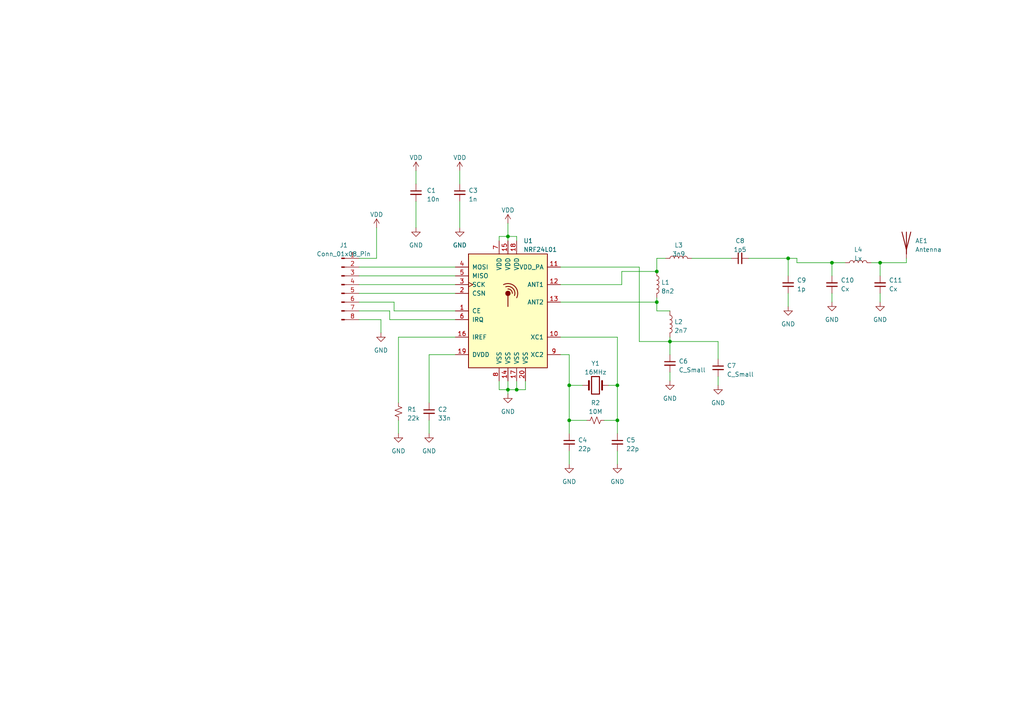
<source format=kicad_sch>
(kicad_sch (version 20230121) (generator eeschema)

  (uuid ba96849d-6135-4293-b668-6e7160ba74ab)

  (paper "A4")

  (lib_symbols
    (symbol "Connector:Conn_01x08_Pin" (pin_names (offset 1.016) hide) (in_bom yes) (on_board yes)
      (property "Reference" "J" (at 0 10.16 0)
        (effects (font (size 1.27 1.27)))
      )
      (property "Value" "Conn_01x08_Pin" (at 0 -12.7 0)
        (effects (font (size 1.27 1.27)))
      )
      (property "Footprint" "" (at 0 0 0)
        (effects (font (size 1.27 1.27)) hide)
      )
      (property "Datasheet" "~" (at 0 0 0)
        (effects (font (size 1.27 1.27)) hide)
      )
      (property "ki_locked" "" (at 0 0 0)
        (effects (font (size 1.27 1.27)))
      )
      (property "ki_keywords" "connector" (at 0 0 0)
        (effects (font (size 1.27 1.27)) hide)
      )
      (property "ki_description" "Generic connector, single row, 01x08, script generated" (at 0 0 0)
        (effects (font (size 1.27 1.27)) hide)
      )
      (property "ki_fp_filters" "Connector*:*_1x??_*" (at 0 0 0)
        (effects (font (size 1.27 1.27)) hide)
      )
      (symbol "Conn_01x08_Pin_1_1"
        (polyline
          (pts
            (xy 1.27 -10.16)
            (xy 0.8636 -10.16)
          )
          (stroke (width 0.1524) (type default))
          (fill (type none))
        )
        (polyline
          (pts
            (xy 1.27 -7.62)
            (xy 0.8636 -7.62)
          )
          (stroke (width 0.1524) (type default))
          (fill (type none))
        )
        (polyline
          (pts
            (xy 1.27 -5.08)
            (xy 0.8636 -5.08)
          )
          (stroke (width 0.1524) (type default))
          (fill (type none))
        )
        (polyline
          (pts
            (xy 1.27 -2.54)
            (xy 0.8636 -2.54)
          )
          (stroke (width 0.1524) (type default))
          (fill (type none))
        )
        (polyline
          (pts
            (xy 1.27 0)
            (xy 0.8636 0)
          )
          (stroke (width 0.1524) (type default))
          (fill (type none))
        )
        (polyline
          (pts
            (xy 1.27 2.54)
            (xy 0.8636 2.54)
          )
          (stroke (width 0.1524) (type default))
          (fill (type none))
        )
        (polyline
          (pts
            (xy 1.27 5.08)
            (xy 0.8636 5.08)
          )
          (stroke (width 0.1524) (type default))
          (fill (type none))
        )
        (polyline
          (pts
            (xy 1.27 7.62)
            (xy 0.8636 7.62)
          )
          (stroke (width 0.1524) (type default))
          (fill (type none))
        )
        (rectangle (start 0.8636 -10.033) (end 0 -10.287)
          (stroke (width 0.1524) (type default))
          (fill (type outline))
        )
        (rectangle (start 0.8636 -7.493) (end 0 -7.747)
          (stroke (width 0.1524) (type default))
          (fill (type outline))
        )
        (rectangle (start 0.8636 -4.953) (end 0 -5.207)
          (stroke (width 0.1524) (type default))
          (fill (type outline))
        )
        (rectangle (start 0.8636 -2.413) (end 0 -2.667)
          (stroke (width 0.1524) (type default))
          (fill (type outline))
        )
        (rectangle (start 0.8636 0.127) (end 0 -0.127)
          (stroke (width 0.1524) (type default))
          (fill (type outline))
        )
        (rectangle (start 0.8636 2.667) (end 0 2.413)
          (stroke (width 0.1524) (type default))
          (fill (type outline))
        )
        (rectangle (start 0.8636 5.207) (end 0 4.953)
          (stroke (width 0.1524) (type default))
          (fill (type outline))
        )
        (rectangle (start 0.8636 7.747) (end 0 7.493)
          (stroke (width 0.1524) (type default))
          (fill (type outline))
        )
        (pin passive line (at 5.08 7.62 180) (length 3.81)
          (name "Pin_1" (effects (font (size 1.27 1.27))))
          (number "1" (effects (font (size 1.27 1.27))))
        )
        (pin passive line (at 5.08 5.08 180) (length 3.81)
          (name "Pin_2" (effects (font (size 1.27 1.27))))
          (number "2" (effects (font (size 1.27 1.27))))
        )
        (pin passive line (at 5.08 2.54 180) (length 3.81)
          (name "Pin_3" (effects (font (size 1.27 1.27))))
          (number "3" (effects (font (size 1.27 1.27))))
        )
        (pin passive line (at 5.08 0 180) (length 3.81)
          (name "Pin_4" (effects (font (size 1.27 1.27))))
          (number "4" (effects (font (size 1.27 1.27))))
        )
        (pin passive line (at 5.08 -2.54 180) (length 3.81)
          (name "Pin_5" (effects (font (size 1.27 1.27))))
          (number "5" (effects (font (size 1.27 1.27))))
        )
        (pin passive line (at 5.08 -5.08 180) (length 3.81)
          (name "Pin_6" (effects (font (size 1.27 1.27))))
          (number "6" (effects (font (size 1.27 1.27))))
        )
        (pin passive line (at 5.08 -7.62 180) (length 3.81)
          (name "Pin_7" (effects (font (size 1.27 1.27))))
          (number "7" (effects (font (size 1.27 1.27))))
        )
        (pin passive line (at 5.08 -10.16 180) (length 3.81)
          (name "Pin_8" (effects (font (size 1.27 1.27))))
          (number "8" (effects (font (size 1.27 1.27))))
        )
      )
    )
    (symbol "Device:Antenna" (pin_numbers hide) (pin_names (offset 1.016) hide) (in_bom yes) (on_board yes)
      (property "Reference" "AE" (at -1.905 1.905 0)
        (effects (font (size 1.27 1.27)) (justify right))
      )
      (property "Value" "Antenna" (at -1.905 0 0)
        (effects (font (size 1.27 1.27)) (justify right))
      )
      (property "Footprint" "" (at 0 0 0)
        (effects (font (size 1.27 1.27)) hide)
      )
      (property "Datasheet" "~" (at 0 0 0)
        (effects (font (size 1.27 1.27)) hide)
      )
      (property "ki_keywords" "antenna" (at 0 0 0)
        (effects (font (size 1.27 1.27)) hide)
      )
      (property "ki_description" "Antenna" (at 0 0 0)
        (effects (font (size 1.27 1.27)) hide)
      )
      (symbol "Antenna_0_1"
        (polyline
          (pts
            (xy 0 2.54)
            (xy 0 -3.81)
          )
          (stroke (width 0.254) (type default))
          (fill (type none))
        )
        (polyline
          (pts
            (xy 1.27 2.54)
            (xy 0 -2.54)
            (xy -1.27 2.54)
          )
          (stroke (width 0.254) (type default))
          (fill (type none))
        )
      )
      (symbol "Antenna_1_1"
        (pin input line (at 0 -5.08 90) (length 2.54)
          (name "A" (effects (font (size 1.27 1.27))))
          (number "1" (effects (font (size 1.27 1.27))))
        )
      )
    )
    (symbol "Device:C_Small" (pin_numbers hide) (pin_names (offset 0.254) hide) (in_bom yes) (on_board yes)
      (property "Reference" "C" (at 0.254 1.778 0)
        (effects (font (size 1.27 1.27)) (justify left))
      )
      (property "Value" "C_Small" (at 0.254 -2.032 0)
        (effects (font (size 1.27 1.27)) (justify left))
      )
      (property "Footprint" "" (at 0 0 0)
        (effects (font (size 1.27 1.27)) hide)
      )
      (property "Datasheet" "~" (at 0 0 0)
        (effects (font (size 1.27 1.27)) hide)
      )
      (property "ki_keywords" "capacitor cap" (at 0 0 0)
        (effects (font (size 1.27 1.27)) hide)
      )
      (property "ki_description" "Unpolarized capacitor, small symbol" (at 0 0 0)
        (effects (font (size 1.27 1.27)) hide)
      )
      (property "ki_fp_filters" "C_*" (at 0 0 0)
        (effects (font (size 1.27 1.27)) hide)
      )
      (symbol "C_Small_0_1"
        (polyline
          (pts
            (xy -1.524 -0.508)
            (xy 1.524 -0.508)
          )
          (stroke (width 0.3302) (type default))
          (fill (type none))
        )
        (polyline
          (pts
            (xy -1.524 0.508)
            (xy 1.524 0.508)
          )
          (stroke (width 0.3048) (type default))
          (fill (type none))
        )
      )
      (symbol "C_Small_1_1"
        (pin passive line (at 0 2.54 270) (length 2.032)
          (name "~" (effects (font (size 1.27 1.27))))
          (number "1" (effects (font (size 1.27 1.27))))
        )
        (pin passive line (at 0 -2.54 90) (length 2.032)
          (name "~" (effects (font (size 1.27 1.27))))
          (number "2" (effects (font (size 1.27 1.27))))
        )
      )
    )
    (symbol "Device:Crystal" (pin_numbers hide) (pin_names (offset 1.016) hide) (in_bom yes) (on_board yes)
      (property "Reference" "Y" (at 0 3.81 0)
        (effects (font (size 1.27 1.27)))
      )
      (property "Value" "Crystal" (at 0 -3.81 0)
        (effects (font (size 1.27 1.27)))
      )
      (property "Footprint" "" (at 0 0 0)
        (effects (font (size 1.27 1.27)) hide)
      )
      (property "Datasheet" "~" (at 0 0 0)
        (effects (font (size 1.27 1.27)) hide)
      )
      (property "ki_keywords" "quartz ceramic resonator oscillator" (at 0 0 0)
        (effects (font (size 1.27 1.27)) hide)
      )
      (property "ki_description" "Two pin crystal" (at 0 0 0)
        (effects (font (size 1.27 1.27)) hide)
      )
      (property "ki_fp_filters" "Crystal*" (at 0 0 0)
        (effects (font (size 1.27 1.27)) hide)
      )
      (symbol "Crystal_0_1"
        (rectangle (start -1.143 2.54) (end 1.143 -2.54)
          (stroke (width 0.3048) (type default))
          (fill (type none))
        )
        (polyline
          (pts
            (xy -2.54 0)
            (xy -1.905 0)
          )
          (stroke (width 0) (type default))
          (fill (type none))
        )
        (polyline
          (pts
            (xy -1.905 -1.27)
            (xy -1.905 1.27)
          )
          (stroke (width 0.508) (type default))
          (fill (type none))
        )
        (polyline
          (pts
            (xy 1.905 -1.27)
            (xy 1.905 1.27)
          )
          (stroke (width 0.508) (type default))
          (fill (type none))
        )
        (polyline
          (pts
            (xy 2.54 0)
            (xy 1.905 0)
          )
          (stroke (width 0) (type default))
          (fill (type none))
        )
      )
      (symbol "Crystal_1_1"
        (pin passive line (at -3.81 0 0) (length 1.27)
          (name "1" (effects (font (size 1.27 1.27))))
          (number "1" (effects (font (size 1.27 1.27))))
        )
        (pin passive line (at 3.81 0 180) (length 1.27)
          (name "2" (effects (font (size 1.27 1.27))))
          (number "2" (effects (font (size 1.27 1.27))))
        )
      )
    )
    (symbol "Device:L" (pin_numbers hide) (pin_names (offset 1.016) hide) (in_bom yes) (on_board yes)
      (property "Reference" "L" (at -1.27 0 90)
        (effects (font (size 1.27 1.27)))
      )
      (property "Value" "L" (at 1.905 0 90)
        (effects (font (size 1.27 1.27)))
      )
      (property "Footprint" "" (at 0 0 0)
        (effects (font (size 1.27 1.27)) hide)
      )
      (property "Datasheet" "~" (at 0 0 0)
        (effects (font (size 1.27 1.27)) hide)
      )
      (property "ki_keywords" "inductor choke coil reactor magnetic" (at 0 0 0)
        (effects (font (size 1.27 1.27)) hide)
      )
      (property "ki_description" "Inductor" (at 0 0 0)
        (effects (font (size 1.27 1.27)) hide)
      )
      (property "ki_fp_filters" "Choke_* *Coil* Inductor_* L_*" (at 0 0 0)
        (effects (font (size 1.27 1.27)) hide)
      )
      (symbol "L_0_1"
        (arc (start 0 -2.54) (mid 0.6323 -1.905) (end 0 -1.27)
          (stroke (width 0) (type default))
          (fill (type none))
        )
        (arc (start 0 -1.27) (mid 0.6323 -0.635) (end 0 0)
          (stroke (width 0) (type default))
          (fill (type none))
        )
        (arc (start 0 0) (mid 0.6323 0.635) (end 0 1.27)
          (stroke (width 0) (type default))
          (fill (type none))
        )
        (arc (start 0 1.27) (mid 0.6323 1.905) (end 0 2.54)
          (stroke (width 0) (type default))
          (fill (type none))
        )
      )
      (symbol "L_1_1"
        (pin passive line (at 0 3.81 270) (length 1.27)
          (name "1" (effects (font (size 1.27 1.27))))
          (number "1" (effects (font (size 1.27 1.27))))
        )
        (pin passive line (at 0 -3.81 90) (length 1.27)
          (name "2" (effects (font (size 1.27 1.27))))
          (number "2" (effects (font (size 1.27 1.27))))
        )
      )
    )
    (symbol "Device:R_Small_US" (pin_numbers hide) (pin_names (offset 0.254) hide) (in_bom yes) (on_board yes)
      (property "Reference" "R" (at 0.762 0.508 0)
        (effects (font (size 1.27 1.27)) (justify left))
      )
      (property "Value" "R_Small_US" (at 0.762 -1.016 0)
        (effects (font (size 1.27 1.27)) (justify left))
      )
      (property "Footprint" "" (at 0 0 0)
        (effects (font (size 1.27 1.27)) hide)
      )
      (property "Datasheet" "~" (at 0 0 0)
        (effects (font (size 1.27 1.27)) hide)
      )
      (property "ki_keywords" "r resistor" (at 0 0 0)
        (effects (font (size 1.27 1.27)) hide)
      )
      (property "ki_description" "Resistor, small US symbol" (at 0 0 0)
        (effects (font (size 1.27 1.27)) hide)
      )
      (property "ki_fp_filters" "R_*" (at 0 0 0)
        (effects (font (size 1.27 1.27)) hide)
      )
      (symbol "R_Small_US_1_1"
        (polyline
          (pts
            (xy 0 0)
            (xy 1.016 -0.381)
            (xy 0 -0.762)
            (xy -1.016 -1.143)
            (xy 0 -1.524)
          )
          (stroke (width 0) (type default))
          (fill (type none))
        )
        (polyline
          (pts
            (xy 0 1.524)
            (xy 1.016 1.143)
            (xy 0 0.762)
            (xy -1.016 0.381)
            (xy 0 0)
          )
          (stroke (width 0) (type default))
          (fill (type none))
        )
        (pin passive line (at 0 2.54 270) (length 1.016)
          (name "~" (effects (font (size 1.27 1.27))))
          (number "1" (effects (font (size 1.27 1.27))))
        )
        (pin passive line (at 0 -2.54 90) (length 1.016)
          (name "~" (effects (font (size 1.27 1.27))))
          (number "2" (effects (font (size 1.27 1.27))))
        )
      )
    )
    (symbol "RF:NRF24L01" (pin_names (offset 1.016)) (in_bom yes) (on_board yes)
      (property "Reference" "U" (at -11.43 17.78 0)
        (effects (font (size 1.27 1.27)) (justify left))
      )
      (property "Value" "NRF24L01" (at 5.08 17.78 0)
        (effects (font (size 1.27 1.27)) (justify left))
      )
      (property "Footprint" "Package_DFN_QFN:QFN-20-1EP_4x4mm_P0.5mm_EP2.5x2.5mm" (at 5.08 20.32 0)
        (effects (font (size 1.27 1.27) italic) (justify left) hide)
      )
      (property "Datasheet" "http://www.nordicsemi.com/eng/content/download/2730/34105/file/nRF24L01_Product_Specification_v2_0.pdf" (at 0 2.54 0)
        (effects (font (size 1.27 1.27)) hide)
      )
      (property "ki_keywords" "Low Power RF Transceiver" (at 0 0 0)
        (effects (font (size 1.27 1.27)) hide)
      )
      (property "ki_description" "Ultra low power 2.4GHz RF Transceiver, QFN-20" (at 0 0 0)
        (effects (font (size 1.27 1.27)) hide)
      )
      (property "ki_fp_filters" "QFN*4x4*0.5mm*" (at 0 0 0)
        (effects (font (size 1.27 1.27)) hide)
      )
      (symbol "NRF24L01_0_1"
        (rectangle (start -11.43 16.51) (end 11.43 -16.51)
          (stroke (width 0.254) (type default))
          (fill (type background))
        )
        (polyline
          (pts
            (xy 0 4.445)
            (xy 0 1.27)
          )
          (stroke (width 0.254) (type default))
          (fill (type none))
        )
        (circle (center 0 5.08) (radius 0.635)
          (stroke (width 0.254) (type default))
          (fill (type outline))
        )
        (arc (start 1.27 5.08) (mid 0.9071 5.9946) (end 0 6.35)
          (stroke (width 0.254) (type default))
          (fill (type none))
        )
        (arc (start 1.905 4.445) (mid 1.4313 6.5254) (end -0.635 6.985)
          (stroke (width 0.254) (type default))
          (fill (type none))
        )
        (arc (start 2.54 3.81) (mid 2.008 7.088) (end -1.27 7.62)
          (stroke (width 0.254) (type default))
          (fill (type none))
        )
        (rectangle (start 11.43 -13.97) (end 11.43 -13.97)
          (stroke (width 0) (type default))
          (fill (type none))
        )
      )
      (symbol "NRF24L01_1_1"
        (pin input line (at -15.24 0 0) (length 3.81)
          (name "CE" (effects (font (size 1.27 1.27))))
          (number "1" (effects (font (size 1.27 1.27))))
        )
        (pin passive line (at 15.24 -7.62 180) (length 3.81)
          (name "XC1" (effects (font (size 1.27 1.27))))
          (number "10" (effects (font (size 1.27 1.27))))
        )
        (pin power_out line (at 15.24 12.7 180) (length 3.81)
          (name "VDD_PA" (effects (font (size 1.27 1.27))))
          (number "11" (effects (font (size 1.27 1.27))))
        )
        (pin passive line (at 15.24 7.62 180) (length 3.81)
          (name "ANT1" (effects (font (size 1.27 1.27))))
          (number "12" (effects (font (size 1.27 1.27))))
        )
        (pin passive line (at 15.24 2.54 180) (length 3.81)
          (name "ANT2" (effects (font (size 1.27 1.27))))
          (number "13" (effects (font (size 1.27 1.27))))
        )
        (pin power_in line (at 0 -20.32 90) (length 3.81)
          (name "VSS" (effects (font (size 1.27 1.27))))
          (number "14" (effects (font (size 1.27 1.27))))
        )
        (pin power_in line (at 0 20.32 270) (length 3.81)
          (name "VDD" (effects (font (size 1.27 1.27))))
          (number "15" (effects (font (size 1.27 1.27))))
        )
        (pin passive line (at -15.24 -7.62 0) (length 3.81)
          (name "IREF" (effects (font (size 1.27 1.27))))
          (number "16" (effects (font (size 1.27 1.27))))
        )
        (pin power_in line (at 2.54 -20.32 90) (length 3.81)
          (name "VSS" (effects (font (size 1.27 1.27))))
          (number "17" (effects (font (size 1.27 1.27))))
        )
        (pin power_in line (at 2.54 20.32 270) (length 3.81)
          (name "VDD" (effects (font (size 1.27 1.27))))
          (number "18" (effects (font (size 1.27 1.27))))
        )
        (pin power_out line (at -15.24 -12.7 0) (length 3.81)
          (name "DVDD" (effects (font (size 1.27 1.27))))
          (number "19" (effects (font (size 1.27 1.27))))
        )
        (pin input line (at -15.24 5.08 0) (length 3.81)
          (name "CSN" (effects (font (size 1.27 1.27))))
          (number "2" (effects (font (size 1.27 1.27))))
        )
        (pin power_in line (at 5.08 -20.32 90) (length 3.81)
          (name "VSS" (effects (font (size 1.27 1.27))))
          (number "20" (effects (font (size 1.27 1.27))))
        )
        (pin input clock (at -15.24 7.62 0) (length 3.81)
          (name "SCK" (effects (font (size 1.27 1.27))))
          (number "3" (effects (font (size 1.27 1.27))))
        )
        (pin input line (at -15.24 12.7 0) (length 3.81)
          (name "MOSI" (effects (font (size 1.27 1.27))))
          (number "4" (effects (font (size 1.27 1.27))))
        )
        (pin output line (at -15.24 10.16 0) (length 3.81)
          (name "MISO" (effects (font (size 1.27 1.27))))
          (number "5" (effects (font (size 1.27 1.27))))
        )
        (pin output line (at -15.24 -2.54 0) (length 3.81)
          (name "IRQ" (effects (font (size 1.27 1.27))))
          (number "6" (effects (font (size 1.27 1.27))))
        )
        (pin power_in line (at -2.54 20.32 270) (length 3.81)
          (name "VDD" (effects (font (size 1.27 1.27))))
          (number "7" (effects (font (size 1.27 1.27))))
        )
        (pin power_in line (at -2.54 -20.32 90) (length 3.81)
          (name "VSS" (effects (font (size 1.27 1.27))))
          (number "8" (effects (font (size 1.27 1.27))))
        )
        (pin passive line (at 15.24 -12.7 180) (length 3.81)
          (name "XC2" (effects (font (size 1.27 1.27))))
          (number "9" (effects (font (size 1.27 1.27))))
        )
      )
    )
    (symbol "power:GND" (power) (pin_names (offset 0)) (in_bom yes) (on_board yes)
      (property "Reference" "#PWR" (at 0 -6.35 0)
        (effects (font (size 1.27 1.27)) hide)
      )
      (property "Value" "GND" (at 0 -3.81 0)
        (effects (font (size 1.27 1.27)))
      )
      (property "Footprint" "" (at 0 0 0)
        (effects (font (size 1.27 1.27)) hide)
      )
      (property "Datasheet" "" (at 0 0 0)
        (effects (font (size 1.27 1.27)) hide)
      )
      (property "ki_keywords" "global power" (at 0 0 0)
        (effects (font (size 1.27 1.27)) hide)
      )
      (property "ki_description" "Power symbol creates a global label with name \"GND\" , ground" (at 0 0 0)
        (effects (font (size 1.27 1.27)) hide)
      )
      (symbol "GND_0_1"
        (polyline
          (pts
            (xy 0 0)
            (xy 0 -1.27)
            (xy 1.27 -1.27)
            (xy 0 -2.54)
            (xy -1.27 -1.27)
            (xy 0 -1.27)
          )
          (stroke (width 0) (type default))
          (fill (type none))
        )
      )
      (symbol "GND_1_1"
        (pin power_in line (at 0 0 270) (length 0) hide
          (name "GND" (effects (font (size 1.27 1.27))))
          (number "1" (effects (font (size 1.27 1.27))))
        )
      )
    )
    (symbol "power:VDD" (power) (pin_names (offset 0)) (in_bom yes) (on_board yes)
      (property "Reference" "#PWR" (at 0 -3.81 0)
        (effects (font (size 1.27 1.27)) hide)
      )
      (property "Value" "VDD" (at 0 3.81 0)
        (effects (font (size 1.27 1.27)))
      )
      (property "Footprint" "" (at 0 0 0)
        (effects (font (size 1.27 1.27)) hide)
      )
      (property "Datasheet" "" (at 0 0 0)
        (effects (font (size 1.27 1.27)) hide)
      )
      (property "ki_keywords" "global power" (at 0 0 0)
        (effects (font (size 1.27 1.27)) hide)
      )
      (property "ki_description" "Power symbol creates a global label with name \"VDD\"" (at 0 0 0)
        (effects (font (size 1.27 1.27)) hide)
      )
      (symbol "VDD_0_1"
        (polyline
          (pts
            (xy -0.762 1.27)
            (xy 0 2.54)
          )
          (stroke (width 0) (type default))
          (fill (type none))
        )
        (polyline
          (pts
            (xy 0 0)
            (xy 0 2.54)
          )
          (stroke (width 0) (type default))
          (fill (type none))
        )
        (polyline
          (pts
            (xy 0 2.54)
            (xy 0.762 1.27)
          )
          (stroke (width 0) (type default))
          (fill (type none))
        )
      )
      (symbol "VDD_1_1"
        (pin power_in line (at 0 0 90) (length 0) hide
          (name "VDD" (effects (font (size 1.27 1.27))))
          (number "1" (effects (font (size 1.27 1.27))))
        )
      )
    )
  )

  (junction (at 149.86 113.03) (diameter 0) (color 0 0 0 0)
    (uuid 16ee018e-4364-411c-b574-07a7d11bd593)
  )
  (junction (at 228.6 74.93) (diameter 0) (color 0 0 0 0)
    (uuid 31e77e48-5257-4409-a159-c8721f8b6418)
  )
  (junction (at 179.07 121.92) (diameter 0) (color 0 0 0 0)
    (uuid 3af09d63-e448-4434-bc91-019e56f67ee9)
  )
  (junction (at 241.3 76.2) (diameter 0) (color 0 0 0 0)
    (uuid 3f1eeb34-1420-4880-94c8-965cd5ed5bba)
  )
  (junction (at 194.31 99.06) (diameter 0) (color 0 0 0 0)
    (uuid 47991e0d-b82e-46b9-a43f-eb66c0fc6a7c)
  )
  (junction (at 190.5 78.74) (diameter 0) (color 0 0 0 0)
    (uuid 4da3256f-bd65-43e8-ac5f-151ab2e67236)
  )
  (junction (at 147.32 68.58) (diameter 0) (color 0 0 0 0)
    (uuid 5fe052d6-bd8c-4b3b-bdc3-bfcc1f920b19)
  )
  (junction (at 147.32 113.03) (diameter 0) (color 0 0 0 0)
    (uuid 6460fc82-15a8-490c-858b-d3ad4e1a3dd6)
  )
  (junction (at 165.1 111.76) (diameter 0) (color 0 0 0 0)
    (uuid 64a93f47-9cb7-49a0-87d8-5f2d85b8cad7)
  )
  (junction (at 190.5 87.63) (diameter 0) (color 0 0 0 0)
    (uuid 882d9bb1-cb88-4af9-8981-ff8a1e243e21)
  )
  (junction (at 255.27 76.2) (diameter 0) (color 0 0 0 0)
    (uuid a61fb15a-4910-466d-b26d-cc29be667926)
  )
  (junction (at 179.07 111.76) (diameter 0) (color 0 0 0 0)
    (uuid f20b375d-21c9-4aa6-897b-f5ce1d667027)
  )
  (junction (at 165.1 121.92) (diameter 0) (color 0 0 0 0)
    (uuid f89eec28-977e-4d60-934f-ad53207eea12)
  )

  (wire (pts (xy 185.42 99.06) (xy 194.31 99.06))
    (stroke (width 0) (type default))
    (uuid 0147c253-ebd3-4bc3-aa82-174f74281c21)
  )
  (wire (pts (xy 262.89 74.93) (xy 262.89 76.2))
    (stroke (width 0) (type default))
    (uuid 0c0e494f-741b-4f50-bd17-42cf0b0e397b)
  )
  (wire (pts (xy 208.28 109.22) (xy 208.28 111.76))
    (stroke (width 0) (type default))
    (uuid 0e0cd66e-bfd2-4055-a73f-bdae8906c9ec)
  )
  (wire (pts (xy 144.78 69.85) (xy 144.78 68.58))
    (stroke (width 0) (type default))
    (uuid 0e9fb237-87f5-4a3b-8d08-23b7309f33bc)
  )
  (wire (pts (xy 165.1 121.92) (xy 170.18 121.92))
    (stroke (width 0) (type default))
    (uuid 0f227235-06ec-42f7-94c2-639f33489bb9)
  )
  (wire (pts (xy 179.07 130.81) (xy 179.07 134.62))
    (stroke (width 0) (type default))
    (uuid 116a71e0-5cc9-4bd7-9c24-7fa5db4ad9d0)
  )
  (wire (pts (xy 180.34 78.74) (xy 180.34 82.55))
    (stroke (width 0) (type default))
    (uuid 161b395e-673a-47a5-822a-0b9298d08f27)
  )
  (wire (pts (xy 115.57 97.79) (xy 132.08 97.79))
    (stroke (width 0) (type default))
    (uuid 1653aea9-c0b1-4bd8-a2c2-4c29d9336080)
  )
  (wire (pts (xy 149.86 68.58) (xy 147.32 68.58))
    (stroke (width 0) (type default))
    (uuid 195f19d7-c15d-4f37-9133-afecd209d066)
  )
  (wire (pts (xy 149.86 69.85) (xy 149.86 68.58))
    (stroke (width 0) (type default))
    (uuid 1994b7b6-1c84-4fa4-a1e6-5bf6dc9ce7ab)
  )
  (wire (pts (xy 162.56 87.63) (xy 190.5 87.63))
    (stroke (width 0) (type default))
    (uuid 19f5149d-ef17-421e-a53d-5356534b6d13)
  )
  (wire (pts (xy 115.57 121.92) (xy 115.57 125.73))
    (stroke (width 0) (type default))
    (uuid 1ed1e2eb-36d8-4d0a-9348-3ad3df5c02c5)
  )
  (wire (pts (xy 193.04 74.93) (xy 190.5 74.93))
    (stroke (width 0) (type default))
    (uuid 2161bc7b-a944-486e-9228-c8aae7ad650b)
  )
  (wire (pts (xy 115.57 116.84) (xy 115.57 97.79))
    (stroke (width 0) (type default))
    (uuid 25e2c048-1d28-48ad-9f90-ecd57df86b65)
  )
  (wire (pts (xy 114.3 90.17) (xy 114.3 87.63))
    (stroke (width 0) (type default))
    (uuid 26e2f1ee-08d3-4638-874a-864477efc920)
  )
  (wire (pts (xy 179.07 121.92) (xy 179.07 111.76))
    (stroke (width 0) (type default))
    (uuid 285d8ea4-0d3c-4d09-bb39-560a727d8054)
  )
  (wire (pts (xy 113.03 92.71) (xy 113.03 90.17))
    (stroke (width 0) (type default))
    (uuid 2f184962-c1f1-4f58-8145-580fbbf06788)
  )
  (wire (pts (xy 144.78 68.58) (xy 147.32 68.58))
    (stroke (width 0) (type default))
    (uuid 305c5c91-0627-4f8f-843a-ea261151004e)
  )
  (wire (pts (xy 231.14 76.2) (xy 231.14 74.93))
    (stroke (width 0) (type default))
    (uuid 3203830e-2048-4937-a217-c900e48ec084)
  )
  (wire (pts (xy 132.08 92.71) (xy 113.03 92.71))
    (stroke (width 0) (type default))
    (uuid 3270f3f8-3021-46da-8035-2e0ad6545b13)
  )
  (wire (pts (xy 190.5 78.74) (xy 180.34 78.74))
    (stroke (width 0) (type default))
    (uuid 33646faf-01b8-4fb7-9dcd-9f6860343df4)
  )
  (wire (pts (xy 124.46 102.87) (xy 132.08 102.87))
    (stroke (width 0) (type default))
    (uuid 352b0cb6-2086-477c-ad0e-36544cc73e3f)
  )
  (wire (pts (xy 190.5 74.93) (xy 190.5 78.74))
    (stroke (width 0) (type default))
    (uuid 3576d79e-982a-4097-a24b-a39734dc5e8a)
  )
  (wire (pts (xy 190.5 87.63) (xy 190.5 90.17))
    (stroke (width 0) (type default))
    (uuid 3c0856eb-6f12-4572-9dbf-a95828876123)
  )
  (wire (pts (xy 133.35 49.53) (xy 133.35 53.34))
    (stroke (width 0) (type default))
    (uuid 3cb06a6f-baab-4b0e-8b02-f15e48633b81)
  )
  (wire (pts (xy 132.08 90.17) (xy 114.3 90.17))
    (stroke (width 0) (type default))
    (uuid 3d8c6d31-8d68-4f90-b646-c312bc22cb97)
  )
  (wire (pts (xy 179.07 111.76) (xy 179.07 97.79))
    (stroke (width 0) (type default))
    (uuid 40555610-39c0-4e57-8dad-ad8b77de39c2)
  )
  (wire (pts (xy 185.42 77.47) (xy 185.42 99.06))
    (stroke (width 0) (type default))
    (uuid 409e2e62-606f-4c9d-baec-07d3a89ed243)
  )
  (wire (pts (xy 190.5 86.36) (xy 190.5 87.63))
    (stroke (width 0) (type default))
    (uuid 414e06d9-fdd5-4ba8-ab7b-d1b59931139d)
  )
  (wire (pts (xy 241.3 76.2) (xy 241.3 80.01))
    (stroke (width 0) (type default))
    (uuid 41f863a0-088f-4931-9234-37b64e569f36)
  )
  (wire (pts (xy 144.78 113.03) (xy 147.32 113.03))
    (stroke (width 0) (type default))
    (uuid 4280b988-3aae-4895-9b7a-72969ea5a9d6)
  )
  (wire (pts (xy 152.4 110.49) (xy 152.4 113.03))
    (stroke (width 0) (type default))
    (uuid 42fa0258-57cd-402f-b647-7edd1406779f)
  )
  (wire (pts (xy 262.89 76.2) (xy 255.27 76.2))
    (stroke (width 0) (type default))
    (uuid 43719aeb-a013-495b-8da2-fc29fac41587)
  )
  (wire (pts (xy 179.07 125.73) (xy 179.07 121.92))
    (stroke (width 0) (type default))
    (uuid 4489e13a-a97b-4d77-8840-01a0152ecded)
  )
  (wire (pts (xy 175.26 121.92) (xy 179.07 121.92))
    (stroke (width 0) (type default))
    (uuid 45b76d6a-ce10-493d-9a3f-7e6cf80039c0)
  )
  (wire (pts (xy 152.4 113.03) (xy 149.86 113.03))
    (stroke (width 0) (type default))
    (uuid 4de79264-63a2-49cf-8c15-1e493c637d7b)
  )
  (wire (pts (xy 165.1 121.92) (xy 165.1 111.76))
    (stroke (width 0) (type default))
    (uuid 4e74f024-f4df-4a71-8056-8bc27d47f81e)
  )
  (wire (pts (xy 255.27 85.09) (xy 255.27 87.63))
    (stroke (width 0) (type default))
    (uuid 56674610-38a4-4edb-98f6-f89446e2ddeb)
  )
  (wire (pts (xy 110.49 92.71) (xy 104.14 92.71))
    (stroke (width 0) (type default))
    (uuid 5c01c75b-5314-4bf0-92c7-512652cf660d)
  )
  (wire (pts (xy 176.53 111.76) (xy 179.07 111.76))
    (stroke (width 0) (type default))
    (uuid 63c2179a-95b8-4a91-8635-13fdba426b37)
  )
  (wire (pts (xy 241.3 76.2) (xy 231.14 76.2))
    (stroke (width 0) (type default))
    (uuid 67befb45-5b18-422c-853e-afc997ffd270)
  )
  (wire (pts (xy 194.31 90.17) (xy 190.5 90.17))
    (stroke (width 0) (type default))
    (uuid 6973bd08-af64-4439-b469-440598b96b43)
  )
  (wire (pts (xy 114.3 87.63) (xy 104.14 87.63))
    (stroke (width 0) (type default))
    (uuid 6a49c322-365d-4f3f-949b-5418bb5c5350)
  )
  (wire (pts (xy 231.14 74.93) (xy 228.6 74.93))
    (stroke (width 0) (type default))
    (uuid 71079d25-1f16-4c87-ae96-8a25bcbcdbe4)
  )
  (wire (pts (xy 255.27 76.2) (xy 252.73 76.2))
    (stroke (width 0) (type default))
    (uuid 72df3153-9465-4d09-9164-8c5ee6cbb228)
  )
  (wire (pts (xy 255.27 80.01) (xy 255.27 76.2))
    (stroke (width 0) (type default))
    (uuid 738b83a0-7298-4fd1-9b2a-352b37e1b496)
  )
  (wire (pts (xy 228.6 88.9) (xy 228.6 85.09))
    (stroke (width 0) (type default))
    (uuid 772ff1d8-0e2a-410e-88b6-f08ea8744e31)
  )
  (wire (pts (xy 147.32 110.49) (xy 147.32 113.03))
    (stroke (width 0) (type default))
    (uuid 78624489-d30f-4360-a286-79834fe233d6)
  )
  (wire (pts (xy 147.32 113.03) (xy 147.32 114.3))
    (stroke (width 0) (type default))
    (uuid 7dbf9a69-47c8-4346-a718-29e22080f34d)
  )
  (wire (pts (xy 104.14 80.01) (xy 132.08 80.01))
    (stroke (width 0) (type default))
    (uuid 7fede065-c480-4b68-870e-93e2339d7af9)
  )
  (wire (pts (xy 165.1 125.73) (xy 165.1 121.92))
    (stroke (width 0) (type default))
    (uuid 82cb5b61-395f-4aac-84cd-ef9b224069a8)
  )
  (wire (pts (xy 124.46 121.92) (xy 124.46 125.73))
    (stroke (width 0) (type default))
    (uuid 83c30e1b-de99-4754-8c4d-d82c66909144)
  )
  (wire (pts (xy 200.66 74.93) (xy 212.09 74.93))
    (stroke (width 0) (type default))
    (uuid 8a4a986e-69e9-425f-ae04-49b88d2ac0ef)
  )
  (wire (pts (xy 245.11 76.2) (xy 241.3 76.2))
    (stroke (width 0) (type default))
    (uuid 9086a91f-a296-4d81-ac17-caba836e919b)
  )
  (wire (pts (xy 165.1 111.76) (xy 168.91 111.76))
    (stroke (width 0) (type default))
    (uuid 9140b8fa-fe08-4a23-a462-d6e5c28dc8b3)
  )
  (wire (pts (xy 109.22 74.93) (xy 104.14 74.93))
    (stroke (width 0) (type default))
    (uuid 9283ca2d-dfef-437d-b76a-3bcd97569e0b)
  )
  (wire (pts (xy 165.1 130.81) (xy 165.1 134.62))
    (stroke (width 0) (type default))
    (uuid 968bcebe-d179-458c-8a4c-d8ee1222d0ad)
  )
  (wire (pts (xy 120.65 58.42) (xy 120.65 66.04))
    (stroke (width 0) (type default))
    (uuid 9cb42987-d4c0-4d8f-a8ba-447b0b6bc0f2)
  )
  (wire (pts (xy 165.1 111.76) (xy 165.1 102.87))
    (stroke (width 0) (type default))
    (uuid 9cefc15d-92f4-445c-86e0-3f87b186df3c)
  )
  (wire (pts (xy 228.6 74.93) (xy 228.6 80.01))
    (stroke (width 0) (type default))
    (uuid 9daf01c9-daa6-4017-a4d8-fa878077f35b)
  )
  (wire (pts (xy 241.3 85.09) (xy 241.3 87.63))
    (stroke (width 0) (type default))
    (uuid a1901c74-062e-40bc-8c63-f664e1a9941f)
  )
  (wire (pts (xy 147.32 68.58) (xy 147.32 69.85))
    (stroke (width 0) (type default))
    (uuid a8284599-284e-4f37-aa30-0f34a6515b2d)
  )
  (wire (pts (xy 149.86 110.49) (xy 149.86 113.03))
    (stroke (width 0) (type default))
    (uuid aab35f00-d1d4-4e19-aa70-81a610337aa2)
  )
  (wire (pts (xy 162.56 77.47) (xy 185.42 77.47))
    (stroke (width 0) (type default))
    (uuid b01d92f2-673b-48aa-a6d2-98cf08b87469)
  )
  (wire (pts (xy 194.31 107.95) (xy 194.31 110.49))
    (stroke (width 0) (type default))
    (uuid b28e61b5-a24b-406e-be5d-4e147898088d)
  )
  (wire (pts (xy 194.31 97.79) (xy 194.31 99.06))
    (stroke (width 0) (type default))
    (uuid b4c4f8cc-477f-4ce2-8e5f-770016bdffdf)
  )
  (wire (pts (xy 147.32 64.77) (xy 147.32 68.58))
    (stroke (width 0) (type default))
    (uuid baec5324-9354-4319-88f3-8b71ab9c1b5b)
  )
  (wire (pts (xy 217.17 74.93) (xy 228.6 74.93))
    (stroke (width 0) (type default))
    (uuid bd9ab320-c5d8-4bf0-924a-b2ba32f363f1)
  )
  (wire (pts (xy 133.35 58.42) (xy 133.35 66.04))
    (stroke (width 0) (type default))
    (uuid c4de8715-6f1f-4653-b237-541c3d27d39f)
  )
  (wire (pts (xy 194.31 99.06) (xy 194.31 102.87))
    (stroke (width 0) (type default))
    (uuid c8ff2be6-a065-4542-9a75-c84f3d7da8f0)
  )
  (wire (pts (xy 113.03 90.17) (xy 104.14 90.17))
    (stroke (width 0) (type default))
    (uuid c9259972-f7fa-4477-bd0d-66fd1bb948e9)
  )
  (wire (pts (xy 104.14 85.09) (xy 132.08 85.09))
    (stroke (width 0) (type default))
    (uuid ca9ced52-ef02-48c5-9bdd-d9bf874c0a4d)
  )
  (wire (pts (xy 194.31 99.06) (xy 208.28 99.06))
    (stroke (width 0) (type default))
    (uuid d04847cc-b26b-425a-9e6b-8d92ea0846af)
  )
  (wire (pts (xy 120.65 49.53) (xy 120.65 53.34))
    (stroke (width 0) (type default))
    (uuid dcd624b5-481e-4e11-abc5-d4b907ba7156)
  )
  (wire (pts (xy 208.28 104.14) (xy 208.28 99.06))
    (stroke (width 0) (type default))
    (uuid deb75d71-edb0-4314-988b-c34033b0487c)
  )
  (wire (pts (xy 110.49 96.52) (xy 110.49 92.71))
    (stroke (width 0) (type default))
    (uuid df40a054-c728-4a07-ab2f-5ad046a3bdbf)
  )
  (wire (pts (xy 144.78 110.49) (xy 144.78 113.03))
    (stroke (width 0) (type default))
    (uuid e047c339-0867-4243-a181-f62015ee72fd)
  )
  (wire (pts (xy 109.22 66.04) (xy 109.22 74.93))
    (stroke (width 0) (type default))
    (uuid ed861305-c172-4a01-91a4-a6dd1d566acd)
  )
  (wire (pts (xy 104.14 77.47) (xy 132.08 77.47))
    (stroke (width 0) (type default))
    (uuid ed9b60b4-36ab-497b-a290-1f2cba867623)
  )
  (wire (pts (xy 165.1 102.87) (xy 162.56 102.87))
    (stroke (width 0) (type default))
    (uuid f0b8f433-6594-4ac7-a39f-0c42991449a8)
  )
  (wire (pts (xy 124.46 116.84) (xy 124.46 102.87))
    (stroke (width 0) (type default))
    (uuid f0c48c92-d291-46ff-a650-f456860af9cc)
  )
  (wire (pts (xy 180.34 82.55) (xy 162.56 82.55))
    (stroke (width 0) (type default))
    (uuid f1e1f40b-757f-4159-92c5-c30be6efae47)
  )
  (wire (pts (xy 179.07 97.79) (xy 162.56 97.79))
    (stroke (width 0) (type default))
    (uuid f61cf62f-0d3d-4aef-803b-228ece363d27)
  )
  (wire (pts (xy 104.14 82.55) (xy 132.08 82.55))
    (stroke (width 0) (type default))
    (uuid f6a6f9a9-7d68-40cf-b453-62697d679a86)
  )
  (wire (pts (xy 149.86 113.03) (xy 147.32 113.03))
    (stroke (width 0) (type default))
    (uuid f8755f73-23cd-4a98-bd42-55b2a94abeb6)
  )

  (symbol (lib_id "Device:L") (at 194.31 93.98 0) (unit 1)
    (in_bom yes) (on_board yes) (dnp no) (fields_autoplaced)
    (uuid 0193dc3a-b09c-4e29-9097-7aaa42c6a39b)
    (property "Reference" "L2" (at 195.58 93.345 0)
      (effects (font (size 1.27 1.27)) (justify left))
    )
    (property "Value" "2n7" (at 195.58 95.885 0)
      (effects (font (size 1.27 1.27)) (justify left))
    )
    (property "Footprint" "Inductor_SMD:L_0402_1005Metric" (at 194.31 93.98 0)
      (effects (font (size 1.27 1.27)) hide)
    )
    (property "Datasheet" "~" (at 194.31 93.98 0)
      (effects (font (size 1.27 1.27)) hide)
    )
    (pin "1" (uuid 83dd2e86-fe9d-400a-b1f0-b84b0642706e))
    (pin "2" (uuid 3dbd0e8c-6c89-45be-aabf-f4421880c5f4))
    (instances
      (project "NewPCB"
        (path "/ba96849d-6135-4293-b668-6e7160ba74ab"
          (reference "L2") (unit 1)
        )
      )
    )
  )

  (symbol (lib_id "power:GND") (at 115.57 125.73 0) (unit 1)
    (in_bom yes) (on_board yes) (dnp no) (fields_autoplaced)
    (uuid 02ca7938-1b03-45e0-a3fa-dba59e4348d0)
    (property "Reference" "#PWR03" (at 115.57 132.08 0)
      (effects (font (size 1.27 1.27)) hide)
    )
    (property "Value" "GND" (at 115.57 130.81 0)
      (effects (font (size 1.27 1.27)))
    )
    (property "Footprint" "" (at 115.57 125.73 0)
      (effects (font (size 1.27 1.27)) hide)
    )
    (property "Datasheet" "" (at 115.57 125.73 0)
      (effects (font (size 1.27 1.27)) hide)
    )
    (pin "1" (uuid 7bf120a4-d08a-4232-b4fd-c54939c10ef6))
    (instances
      (project "NewPCB"
        (path "/ba96849d-6135-4293-b668-6e7160ba74ab"
          (reference "#PWR03") (unit 1)
        )
      )
    )
  )

  (symbol (lib_id "power:GND") (at 120.65 66.04 0) (unit 1)
    (in_bom yes) (on_board yes) (dnp no) (fields_autoplaced)
    (uuid 03460a09-8a62-40d2-8523-119ce98f33a9)
    (property "Reference" "#PWR05" (at 120.65 72.39 0)
      (effects (font (size 1.27 1.27)) hide)
    )
    (property "Value" "GND" (at 120.65 71.12 0)
      (effects (font (size 1.27 1.27)))
    )
    (property "Footprint" "" (at 120.65 66.04 0)
      (effects (font (size 1.27 1.27)) hide)
    )
    (property "Datasheet" "" (at 120.65 66.04 0)
      (effects (font (size 1.27 1.27)) hide)
    )
    (pin "1" (uuid 5aa2437b-3f45-410c-894c-3e185c820010))
    (instances
      (project "NewPCB"
        (path "/ba96849d-6135-4293-b668-6e7160ba74ab"
          (reference "#PWR05") (unit 1)
        )
      )
    )
  )

  (symbol (lib_id "Device:C_Small") (at 228.6 82.55 180) (unit 1)
    (in_bom yes) (on_board yes) (dnp no)
    (uuid 099593a8-1bf5-46eb-ac39-72fa0aa3118b)
    (property "Reference" "C9" (at 231.14 81.28 0)
      (effects (font (size 1.27 1.27)) (justify right))
    )
    (property "Value" "1p" (at 231.14 83.82 0)
      (effects (font (size 1.27 1.27)) (justify right))
    )
    (property "Footprint" "Capacitor_SMD:C_0402_1005Metric" (at 228.6 82.55 0)
      (effects (font (size 1.27 1.27)) hide)
    )
    (property "Datasheet" "~" (at 228.6 82.55 0)
      (effects (font (size 1.27 1.27)) hide)
    )
    (pin "1" (uuid 5f07e168-6595-4a73-9f9d-9a18ae50e65f))
    (pin "2" (uuid c43e0794-e6b2-4636-9f7c-f38bc49da838))
    (instances
      (project "NewPCB"
        (path "/ba96849d-6135-4293-b668-6e7160ba74ab"
          (reference "C9") (unit 1)
        )
      )
    )
  )

  (symbol (lib_id "power:GND") (at 228.6 88.9 0) (unit 1)
    (in_bom yes) (on_board yes) (dnp no) (fields_autoplaced)
    (uuid 09cc1ee5-9760-4d15-8d0c-8981790051e4)
    (property "Reference" "#PWR015" (at 228.6 95.25 0)
      (effects (font (size 1.27 1.27)) hide)
    )
    (property "Value" "GND" (at 228.6 93.98 0)
      (effects (font (size 1.27 1.27)))
    )
    (property "Footprint" "" (at 228.6 88.9 0)
      (effects (font (size 1.27 1.27)) hide)
    )
    (property "Datasheet" "" (at 228.6 88.9 0)
      (effects (font (size 1.27 1.27)) hide)
    )
    (pin "1" (uuid 93ff113d-4532-4f6f-8649-18c35c13c709))
    (instances
      (project "NewPCB"
        (path "/ba96849d-6135-4293-b668-6e7160ba74ab"
          (reference "#PWR015") (unit 1)
        )
      )
    )
  )

  (symbol (lib_id "power:VDD") (at 147.32 64.77 0) (unit 1)
    (in_bom yes) (on_board yes) (dnp no) (fields_autoplaced)
    (uuid 1733ca5a-7438-45eb-a7f8-46dd885dfb8d)
    (property "Reference" "#PWR09" (at 147.32 68.58 0)
      (effects (font (size 1.27 1.27)) hide)
    )
    (property "Value" "VDD" (at 147.32 60.96 0)
      (effects (font (size 1.27 1.27)))
    )
    (property "Footprint" "" (at 147.32 64.77 0)
      (effects (font (size 1.27 1.27)) hide)
    )
    (property "Datasheet" "" (at 147.32 64.77 0)
      (effects (font (size 1.27 1.27)) hide)
    )
    (pin "1" (uuid b281b569-c2fc-477f-8c0e-ae20296c439b))
    (instances
      (project "NewPCB"
        (path "/ba96849d-6135-4293-b668-6e7160ba74ab"
          (reference "#PWR09") (unit 1)
        )
      )
    )
  )

  (symbol (lib_id "power:GND") (at 208.28 111.76 0) (unit 1)
    (in_bom yes) (on_board yes) (dnp no) (fields_autoplaced)
    (uuid 1b33fe82-37b8-4007-819e-2e925364b0ec)
    (property "Reference" "#PWR014" (at 208.28 118.11 0)
      (effects (font (size 1.27 1.27)) hide)
    )
    (property "Value" "GND" (at 208.28 116.84 0)
      (effects (font (size 1.27 1.27)))
    )
    (property "Footprint" "" (at 208.28 111.76 0)
      (effects (font (size 1.27 1.27)) hide)
    )
    (property "Datasheet" "" (at 208.28 111.76 0)
      (effects (font (size 1.27 1.27)) hide)
    )
    (pin "1" (uuid b15d7b3f-fd13-4d18-af0d-9887e1d2a20e))
    (instances
      (project "NewPCB"
        (path "/ba96849d-6135-4293-b668-6e7160ba74ab"
          (reference "#PWR014") (unit 1)
        )
      )
    )
  )

  (symbol (lib_id "Device:C_Small") (at 194.31 105.41 0) (unit 1)
    (in_bom yes) (on_board yes) (dnp no) (fields_autoplaced)
    (uuid 1ffef3de-ea15-4d68-adb7-e2dc722fe397)
    (property "Reference" "C6" (at 196.85 104.7813 0)
      (effects (font (size 1.27 1.27)) (justify left))
    )
    (property "Value" "C_Small" (at 196.85 107.3213 0)
      (effects (font (size 1.27 1.27)) (justify left))
    )
    (property "Footprint" "Capacitor_SMD:C_0402_1005Metric" (at 194.31 105.41 0)
      (effects (font (size 1.27 1.27)) hide)
    )
    (property "Datasheet" "~" (at 194.31 105.41 0)
      (effects (font (size 1.27 1.27)) hide)
    )
    (pin "1" (uuid 463b1575-2700-43fe-9a33-71fe1acb97f4))
    (pin "2" (uuid b0d630ff-925a-433d-88cf-37bf70fe2910))
    (instances
      (project "NewPCB"
        (path "/ba96849d-6135-4293-b668-6e7160ba74ab"
          (reference "C6") (unit 1)
        )
      )
    )
  )

  (symbol (lib_id "Device:Crystal") (at 172.72 111.76 0) (unit 1)
    (in_bom yes) (on_board yes) (dnp no) (fields_autoplaced)
    (uuid 2b1deb13-8eab-46d9-b5fa-3266ff011987)
    (property "Reference" "Y1" (at 172.72 105.41 0)
      (effects (font (size 1.27 1.27)))
    )
    (property "Value" "16MHz" (at 172.72 107.95 0)
      (effects (font (size 1.27 1.27)))
    )
    (property "Footprint" "Crystal:Crystal_SMD_3215-2Pin_3.2x1.5mm" (at 172.72 111.76 0)
      (effects (font (size 1.27 1.27)) hide)
    )
    (property "Datasheet" "~" (at 172.72 111.76 0)
      (effects (font (size 1.27 1.27)) hide)
    )
    (pin "1" (uuid 79e41fe6-7bb7-4790-8a69-204f767f5986))
    (pin "2" (uuid 37d4f569-51b6-43f0-a1f5-a79511cba9cd))
    (instances
      (project "NewPCB"
        (path "/ba96849d-6135-4293-b668-6e7160ba74ab"
          (reference "Y1") (unit 1)
        )
      )
    )
  )

  (symbol (lib_id "Device:C_Small") (at 133.35 55.88 0) (unit 1)
    (in_bom yes) (on_board yes) (dnp no) (fields_autoplaced)
    (uuid 3f6abfef-c094-4524-8999-11a50b1f8869)
    (property "Reference" "C3" (at 135.89 55.2513 0)
      (effects (font (size 1.27 1.27)) (justify left))
    )
    (property "Value" "1n" (at 135.89 57.7913 0)
      (effects (font (size 1.27 1.27)) (justify left))
    )
    (property "Footprint" "Capacitor_SMD:C_0402_1005Metric" (at 133.35 55.88 0)
      (effects (font (size 1.27 1.27)) hide)
    )
    (property "Datasheet" "~" (at 133.35 55.88 0)
      (effects (font (size 1.27 1.27)) hide)
    )
    (pin "1" (uuid cb7d69ad-36d5-482c-8a06-049a3d2e6b62))
    (pin "2" (uuid d87095be-5f9d-4ee6-9eac-241c1f0ae004))
    (instances
      (project "NewPCB"
        (path "/ba96849d-6135-4293-b668-6e7160ba74ab"
          (reference "C3") (unit 1)
        )
      )
    )
  )

  (symbol (lib_id "power:GND") (at 241.3 87.63 0) (unit 1)
    (in_bom yes) (on_board yes) (dnp no) (fields_autoplaced)
    (uuid 4153d00a-ef95-4144-be05-fc6c0765b5b2)
    (property "Reference" "#PWR016" (at 241.3 93.98 0)
      (effects (font (size 1.27 1.27)) hide)
    )
    (property "Value" "GND" (at 241.3 92.71 0)
      (effects (font (size 1.27 1.27)))
    )
    (property "Footprint" "" (at 241.3 87.63 0)
      (effects (font (size 1.27 1.27)) hide)
    )
    (property "Datasheet" "" (at 241.3 87.63 0)
      (effects (font (size 1.27 1.27)) hide)
    )
    (pin "1" (uuid d500c2ce-4ba0-4cd2-a652-a16f18eeaf19))
    (instances
      (project "NewPCB"
        (path "/ba96849d-6135-4293-b668-6e7160ba74ab"
          (reference "#PWR016") (unit 1)
        )
      )
    )
  )

  (symbol (lib_id "Device:L") (at 196.85 74.93 90) (unit 1)
    (in_bom yes) (on_board yes) (dnp no) (fields_autoplaced)
    (uuid 5821d13d-3a2e-44f0-a7bf-2d8c93d5ed97)
    (property "Reference" "L3" (at 196.85 71.12 90)
      (effects (font (size 1.27 1.27)))
    )
    (property "Value" "3n9" (at 196.85 73.66 90)
      (effects (font (size 1.27 1.27)))
    )
    (property "Footprint" "Inductor_SMD:L_0402_1005Metric" (at 196.85 74.93 0)
      (effects (font (size 1.27 1.27)) hide)
    )
    (property "Datasheet" "~" (at 196.85 74.93 0)
      (effects (font (size 1.27 1.27)) hide)
    )
    (pin "1" (uuid 76818545-4903-4208-bedc-cd30d960285a))
    (pin "2" (uuid f5ec3294-345a-453c-b9a5-ca7daa105a67))
    (instances
      (project "NewPCB"
        (path "/ba96849d-6135-4293-b668-6e7160ba74ab"
          (reference "L3") (unit 1)
        )
      )
    )
  )

  (symbol (lib_id "Device:C_Small") (at 255.27 82.55 180) (unit 1)
    (in_bom yes) (on_board yes) (dnp no)
    (uuid 5c5ef6b1-27df-460d-a9fc-8c627bf3c1df)
    (property "Reference" "C11" (at 257.81 81.28 0)
      (effects (font (size 1.27 1.27)) (justify right))
    )
    (property "Value" "Cx" (at 257.81 83.82 0)
      (effects (font (size 1.27 1.27)) (justify right))
    )
    (property "Footprint" "Capacitor_SMD:C_0402_1005Metric" (at 255.27 82.55 0)
      (effects (font (size 1.27 1.27)) hide)
    )
    (property "Datasheet" "~" (at 255.27 82.55 0)
      (effects (font (size 1.27 1.27)) hide)
    )
    (pin "1" (uuid dad1dceb-324e-4cdc-8a86-250ae04b42e9))
    (pin "2" (uuid f9886fd0-499c-46c7-8e6e-263abbc49060))
    (instances
      (project "NewPCB"
        (path "/ba96849d-6135-4293-b668-6e7160ba74ab"
          (reference "C11") (unit 1)
        )
      )
    )
  )

  (symbol (lib_id "RF:NRF24L01") (at 147.32 90.17 0) (unit 1)
    (in_bom yes) (on_board yes) (dnp no) (fields_autoplaced)
    (uuid 5e7036f7-422d-4e32-bf18-ea3cb8fafed2)
    (property "Reference" "U1" (at 151.8159 69.85 0)
      (effects (font (size 1.27 1.27)) (justify left))
    )
    (property "Value" "NRF24L01" (at 151.8159 72.39 0)
      (effects (font (size 1.27 1.27)) (justify left))
    )
    (property "Footprint" "Package_DFN_QFN:QFN-20-1EP_4x4mm_P0.5mm_EP2.5x2.5mm" (at 152.4 69.85 0)
      (effects (font (size 1.27 1.27) italic) (justify left) hide)
    )
    (property "Datasheet" "http://www.nordicsemi.com/eng/content/download/2730/34105/file/nRF24L01_Product_Specification_v2_0.pdf" (at 147.32 87.63 0)
      (effects (font (size 1.27 1.27)) hide)
    )
    (pin "1" (uuid 3e7d1da6-de67-4a59-b3d4-0c560cd67e7f))
    (pin "10" (uuid b488af0d-7eaa-4f43-b26c-9c45bc03bb19))
    (pin "11" (uuid 27e27369-aa7f-436a-8c2a-739c077bd0ba))
    (pin "12" (uuid 8cfd61b1-ccaa-46b5-8af9-5e866b067b47))
    (pin "13" (uuid ec551ac9-dcb4-4173-8511-cc90966e1983))
    (pin "14" (uuid 7dd506ed-e6c7-4354-b55b-a2969103e338))
    (pin "15" (uuid 8b19c0dd-3c05-4a7d-b988-d78d993661bd))
    (pin "16" (uuid df7b3d95-a07e-4de4-a5ed-629153426a8c))
    (pin "17" (uuid db34c69f-fe20-4c5f-bbd3-b3dc188077ae))
    (pin "18" (uuid 86a12682-e4b3-4fb2-a0f0-110946ad2c15))
    (pin "19" (uuid ae38d630-2390-4d12-acab-033637298780))
    (pin "2" (uuid c2a11146-ab2b-443c-bf56-7ff1178ef2c4))
    (pin "20" (uuid 5d33b007-2da2-4dda-9daf-6bac4ec54b32))
    (pin "3" (uuid 1f29bf40-1b5e-418f-b368-1887a82038ab))
    (pin "4" (uuid e19db095-fa7a-48e8-9511-cc0935050ae0))
    (pin "5" (uuid 2c2ec281-27d8-4d7f-8b2e-543c36defbcc))
    (pin "6" (uuid be0e3dc9-fde3-46fc-8eff-6a7c9074f771))
    (pin "7" (uuid 6f9b5c67-7a2e-4b50-b90e-5b2f7d73f1d5))
    (pin "8" (uuid 0f2dced9-4579-4647-ad36-ac495b9d3712))
    (pin "9" (uuid ed876984-547b-44f3-b859-f65c1cb8bdd1))
    (instances
      (project "NewPCB"
        (path "/ba96849d-6135-4293-b668-6e7160ba74ab"
          (reference "U1") (unit 1)
        )
      )
    )
  )

  (symbol (lib_id "Device:C_Small") (at 241.3 82.55 180) (unit 1)
    (in_bom yes) (on_board yes) (dnp no)
    (uuid 663ac5e0-cd8b-433b-9ffe-3c6f6b2ec4aa)
    (property "Reference" "C10" (at 243.84 81.28 0)
      (effects (font (size 1.27 1.27)) (justify right))
    )
    (property "Value" "Cx" (at 243.84 83.82 0)
      (effects (font (size 1.27 1.27)) (justify right))
    )
    (property "Footprint" "Capacitor_SMD:C_0402_1005Metric" (at 241.3 82.55 0)
      (effects (font (size 1.27 1.27)) hide)
    )
    (property "Datasheet" "~" (at 241.3 82.55 0)
      (effects (font (size 1.27 1.27)) hide)
    )
    (pin "1" (uuid ccaa1041-6f9c-4717-9f18-dd9df75c1e8e))
    (pin "2" (uuid 0b693da2-6cf0-49e5-bce9-9ce9a8e9cc47))
    (instances
      (project "NewPCB"
        (path "/ba96849d-6135-4293-b668-6e7160ba74ab"
          (reference "C10") (unit 1)
        )
      )
    )
  )

  (symbol (lib_id "Device:C_Small") (at 124.46 119.38 0) (unit 1)
    (in_bom yes) (on_board yes) (dnp no) (fields_autoplaced)
    (uuid 6687b046-5312-4a72-b7ed-78d7e0b6902f)
    (property "Reference" "C2" (at 127 118.7513 0)
      (effects (font (size 1.27 1.27)) (justify left))
    )
    (property "Value" "33n" (at 127 121.2913 0)
      (effects (font (size 1.27 1.27)) (justify left))
    )
    (property "Footprint" "Capacitor_SMD:C_0402_1005Metric" (at 124.46 119.38 0)
      (effects (font (size 1.27 1.27)) hide)
    )
    (property "Datasheet" "~" (at 124.46 119.38 0)
      (effects (font (size 1.27 1.27)) hide)
    )
    (pin "1" (uuid 0ff49722-9cb2-472c-b348-63f09582ccc6))
    (pin "2" (uuid 34dcf669-1d2d-4396-8ccf-4ff6531d4979))
    (instances
      (project "NewPCB"
        (path "/ba96849d-6135-4293-b668-6e7160ba74ab"
          (reference "C2") (unit 1)
        )
      )
    )
  )

  (symbol (lib_id "Device:C_Small") (at 165.1 128.27 0) (unit 1)
    (in_bom yes) (on_board yes) (dnp no) (fields_autoplaced)
    (uuid 6a3b1f5d-7604-4e43-af5f-61dad09a6219)
    (property "Reference" "C4" (at 167.64 127.6413 0)
      (effects (font (size 1.27 1.27)) (justify left))
    )
    (property "Value" "22p" (at 167.64 130.1813 0)
      (effects (font (size 1.27 1.27)) (justify left))
    )
    (property "Footprint" "Capacitor_SMD:C_0402_1005Metric" (at 165.1 128.27 0)
      (effects (font (size 1.27 1.27)) hide)
    )
    (property "Datasheet" "~" (at 165.1 128.27 0)
      (effects (font (size 1.27 1.27)) hide)
    )
    (pin "1" (uuid 2dae43cc-22e4-4a81-9d23-f909d842b74b))
    (pin "2" (uuid 0cfc1d92-deb6-4cb9-baed-a1814588c3a5))
    (instances
      (project "NewPCB"
        (path "/ba96849d-6135-4293-b668-6e7160ba74ab"
          (reference "C4") (unit 1)
        )
      )
    )
  )

  (symbol (lib_id "Device:C_Small") (at 179.07 128.27 0) (unit 1)
    (in_bom yes) (on_board yes) (dnp no) (fields_autoplaced)
    (uuid 6cf9abec-bbd3-4abb-8469-bc54220dbe32)
    (property "Reference" "C5" (at 181.61 127.6413 0)
      (effects (font (size 1.27 1.27)) (justify left))
    )
    (property "Value" "22p" (at 181.61 130.1813 0)
      (effects (font (size 1.27 1.27)) (justify left))
    )
    (property "Footprint" "Capacitor_SMD:C_0402_1005Metric" (at 179.07 128.27 0)
      (effects (font (size 1.27 1.27)) hide)
    )
    (property "Datasheet" "~" (at 179.07 128.27 0)
      (effects (font (size 1.27 1.27)) hide)
    )
    (pin "1" (uuid 446210d3-1b3d-4af5-b4a7-669a881200ec))
    (pin "2" (uuid 153b178e-1463-42a7-95cc-400f92f950e1))
    (instances
      (project "NewPCB"
        (path "/ba96849d-6135-4293-b668-6e7160ba74ab"
          (reference "C5") (unit 1)
        )
      )
    )
  )

  (symbol (lib_id "power:VDD") (at 120.65 49.53 0) (unit 1)
    (in_bom yes) (on_board yes) (dnp no) (fields_autoplaced)
    (uuid 846402fe-8d1a-433a-ad2f-a2817151eab2)
    (property "Reference" "#PWR04" (at 120.65 53.34 0)
      (effects (font (size 1.27 1.27)) hide)
    )
    (property "Value" "VDD" (at 120.65 45.72 0)
      (effects (font (size 1.27 1.27)))
    )
    (property "Footprint" "" (at 120.65 49.53 0)
      (effects (font (size 1.27 1.27)) hide)
    )
    (property "Datasheet" "" (at 120.65 49.53 0)
      (effects (font (size 1.27 1.27)) hide)
    )
    (pin "1" (uuid 4b15c815-8e39-4560-9f13-f60d86ebc248))
    (instances
      (project "NewPCB"
        (path "/ba96849d-6135-4293-b668-6e7160ba74ab"
          (reference "#PWR04") (unit 1)
        )
      )
    )
  )

  (symbol (lib_id "power:GND") (at 165.1 134.62 0) (unit 1)
    (in_bom yes) (on_board yes) (dnp no) (fields_autoplaced)
    (uuid 8a3b7f57-72e1-4a73-9411-b26fbc6c945b)
    (property "Reference" "#PWR011" (at 165.1 140.97 0)
      (effects (font (size 1.27 1.27)) hide)
    )
    (property "Value" "GND" (at 165.1 139.7 0)
      (effects (font (size 1.27 1.27)))
    )
    (property "Footprint" "" (at 165.1 134.62 0)
      (effects (font (size 1.27 1.27)) hide)
    )
    (property "Datasheet" "" (at 165.1 134.62 0)
      (effects (font (size 1.27 1.27)) hide)
    )
    (pin "1" (uuid b56b51c9-44e2-4edd-943b-4726626f2233))
    (instances
      (project "NewPCB"
        (path "/ba96849d-6135-4293-b668-6e7160ba74ab"
          (reference "#PWR011") (unit 1)
        )
      )
    )
  )

  (symbol (lib_id "Device:C_Small") (at 214.63 74.93 90) (unit 1)
    (in_bom yes) (on_board yes) (dnp no) (fields_autoplaced)
    (uuid a1058a81-3963-467e-8d87-643de8e7b01a)
    (property "Reference" "C8" (at 214.6363 69.85 90)
      (effects (font (size 1.27 1.27)))
    )
    (property "Value" "1p5" (at 214.6363 72.39 90)
      (effects (font (size 1.27 1.27)))
    )
    (property "Footprint" "Capacitor_SMD:C_0402_1005Metric" (at 214.63 74.93 0)
      (effects (font (size 1.27 1.27)) hide)
    )
    (property "Datasheet" "~" (at 214.63 74.93 0)
      (effects (font (size 1.27 1.27)) hide)
    )
    (pin "1" (uuid 2fdb84b2-ccf4-4539-a4ae-903bc99fdade))
    (pin "2" (uuid a97d514f-cd2f-468b-8e40-fe4d2c8ef7f8))
    (instances
      (project "NewPCB"
        (path "/ba96849d-6135-4293-b668-6e7160ba74ab"
          (reference "C8") (unit 1)
        )
      )
    )
  )

  (symbol (lib_id "Device:L") (at 248.92 76.2 90) (unit 1)
    (in_bom yes) (on_board yes) (dnp no) (fields_autoplaced)
    (uuid a2e10b7e-60ae-4c64-a3f0-6a18e213d7cd)
    (property "Reference" "L4" (at 248.92 72.39 90)
      (effects (font (size 1.27 1.27)))
    )
    (property "Value" "Lx" (at 248.92 74.93 90)
      (effects (font (size 1.27 1.27)))
    )
    (property "Footprint" "Inductor_SMD:L_0402_1005Metric" (at 248.92 76.2 0)
      (effects (font (size 1.27 1.27)) hide)
    )
    (property "Datasheet" "~" (at 248.92 76.2 0)
      (effects (font (size 1.27 1.27)) hide)
    )
    (pin "1" (uuid 3f7e29a6-284e-4d44-8729-17e4a24793e3))
    (pin "2" (uuid ecfabd04-a450-4701-b5ce-9e604b0df874))
    (instances
      (project "NewPCB"
        (path "/ba96849d-6135-4293-b668-6e7160ba74ab"
          (reference "L4") (unit 1)
        )
      )
    )
  )

  (symbol (lib_id "power:GND") (at 255.27 87.63 0) (unit 1)
    (in_bom yes) (on_board yes) (dnp no) (fields_autoplaced)
    (uuid ab094780-eef0-47ea-8c9c-44627d081205)
    (property "Reference" "#PWR017" (at 255.27 93.98 0)
      (effects (font (size 1.27 1.27)) hide)
    )
    (property "Value" "GND" (at 255.27 92.71 0)
      (effects (font (size 1.27 1.27)))
    )
    (property "Footprint" "" (at 255.27 87.63 0)
      (effects (font (size 1.27 1.27)) hide)
    )
    (property "Datasheet" "" (at 255.27 87.63 0)
      (effects (font (size 1.27 1.27)) hide)
    )
    (pin "1" (uuid 88224293-1dab-4711-bcd7-fce26be78a11))
    (instances
      (project "NewPCB"
        (path "/ba96849d-6135-4293-b668-6e7160ba74ab"
          (reference "#PWR017") (unit 1)
        )
      )
    )
  )

  (symbol (lib_id "Device:Antenna") (at 262.89 69.85 0) (unit 1)
    (in_bom yes) (on_board yes) (dnp no) (fields_autoplaced)
    (uuid abdf9e36-b5c4-4b28-8059-b7b4d9b5648e)
    (property "Reference" "AE1" (at 265.43 69.85 0)
      (effects (font (size 1.27 1.27)) (justify left))
    )
    (property "Value" "Antenna" (at 265.43 72.39 0)
      (effects (font (size 1.27 1.27)) (justify left))
    )
    (property "Footprint" "RF_Antenna:Texas_SWRA117D_2.4GHz_Right" (at 262.89 69.85 0)
      (effects (font (size 1.27 1.27)) hide)
    )
    (property "Datasheet" "~" (at 262.89 69.85 0)
      (effects (font (size 1.27 1.27)) hide)
    )
    (pin "1" (uuid 9319a465-76e3-45fc-894e-070166de8cef))
    (instances
      (project "NewPCB"
        (path "/ba96849d-6135-4293-b668-6e7160ba74ab"
          (reference "AE1") (unit 1)
        )
      )
    )
  )

  (symbol (lib_id "Connector:Conn_01x08_Pin") (at 99.06 82.55 0) (unit 1)
    (in_bom yes) (on_board yes) (dnp no) (fields_autoplaced)
    (uuid b67ace97-0ac7-47dc-806c-23d7803db084)
    (property "Reference" "J1" (at 99.695 71.12 0)
      (effects (font (size 1.27 1.27)))
    )
    (property "Value" "Conn_01x08_Pin" (at 99.695 73.66 0)
      (effects (font (size 1.27 1.27)))
    )
    (property "Footprint" "Connector_Hirose:Hirose_DF13-08P-1.25DSA_1x08_P1.25mm_Vertical" (at 99.06 82.55 0)
      (effects (font (size 1.27 1.27)) hide)
    )
    (property "Datasheet" "~" (at 99.06 82.55 0)
      (effects (font (size 1.27 1.27)) hide)
    )
    (pin "1" (uuid f622fe4d-ba26-42fc-bcf5-ba53112d7905))
    (pin "2" (uuid 0dff8943-9ba0-4e6b-9a86-de3cbbb0d9d9))
    (pin "3" (uuid 9eb1dac1-f851-457d-973a-af5938f9fccd))
    (pin "4" (uuid 0bf67e5d-b41d-4add-b69e-2befc29af90a))
    (pin "5" (uuid d6b85601-e67f-4bb2-847d-4cfcf9e5d41a))
    (pin "6" (uuid ee05017c-eb79-4a00-b67c-ce15a6f1d1b9))
    (pin "7" (uuid 9fa29f32-7116-42c1-9390-5e488937461b))
    (pin "8" (uuid 847234d7-a0aa-483c-b2c8-09f23421c680))
    (instances
      (project "NewPCB"
        (path "/ba96849d-6135-4293-b668-6e7160ba74ab"
          (reference "J1") (unit 1)
        )
      )
    )
  )

  (symbol (lib_id "power:GND") (at 110.49 96.52 0) (unit 1)
    (in_bom yes) (on_board yes) (dnp no) (fields_autoplaced)
    (uuid bae4d92f-61ff-420a-b480-2849202d23df)
    (property "Reference" "#PWR02" (at 110.49 102.87 0)
      (effects (font (size 1.27 1.27)) hide)
    )
    (property "Value" "GND" (at 110.49 101.6 0)
      (effects (font (size 1.27 1.27)))
    )
    (property "Footprint" "" (at 110.49 96.52 0)
      (effects (font (size 1.27 1.27)) hide)
    )
    (property "Datasheet" "" (at 110.49 96.52 0)
      (effects (font (size 1.27 1.27)) hide)
    )
    (pin "1" (uuid 51b8ec68-57e5-4f66-8cdb-a4371e7a8caf))
    (instances
      (project "NewPCB"
        (path "/ba96849d-6135-4293-b668-6e7160ba74ab"
          (reference "#PWR02") (unit 1)
        )
      )
    )
  )

  (symbol (lib_id "power:GND") (at 124.46 125.73 0) (unit 1)
    (in_bom yes) (on_board yes) (dnp no) (fields_autoplaced)
    (uuid c995496e-20c9-4911-b232-8601ca48e5a7)
    (property "Reference" "#PWR06" (at 124.46 132.08 0)
      (effects (font (size 1.27 1.27)) hide)
    )
    (property "Value" "GND" (at 124.46 130.81 0)
      (effects (font (size 1.27 1.27)))
    )
    (property "Footprint" "" (at 124.46 125.73 0)
      (effects (font (size 1.27 1.27)) hide)
    )
    (property "Datasheet" "" (at 124.46 125.73 0)
      (effects (font (size 1.27 1.27)) hide)
    )
    (pin "1" (uuid b7120c9f-2368-4ed3-ac9e-f1b2c5fce0c9))
    (instances
      (project "NewPCB"
        (path "/ba96849d-6135-4293-b668-6e7160ba74ab"
          (reference "#PWR06") (unit 1)
        )
      )
    )
  )

  (symbol (lib_id "Device:L") (at 190.5 82.55 0) (unit 1)
    (in_bom yes) (on_board yes) (dnp no) (fields_autoplaced)
    (uuid cab556a9-0c53-4981-9018-937095b66e5a)
    (property "Reference" "L1" (at 191.77 81.915 0)
      (effects (font (size 1.27 1.27)) (justify left))
    )
    (property "Value" "8n2" (at 191.77 84.455 0)
      (effects (font (size 1.27 1.27)) (justify left))
    )
    (property "Footprint" "Inductor_SMD:L_0402_1005Metric" (at 190.5 82.55 0)
      (effects (font (size 1.27 1.27)) hide)
    )
    (property "Datasheet" "~" (at 190.5 82.55 0)
      (effects (font (size 1.27 1.27)) hide)
    )
    (pin "1" (uuid 428f595c-8dc0-41ab-9e0c-5abf8f9f518d))
    (pin "2" (uuid f13de2e2-b7fa-4382-8abc-6e18fc5e9bc4))
    (instances
      (project "NewPCB"
        (path "/ba96849d-6135-4293-b668-6e7160ba74ab"
          (reference "L1") (unit 1)
        )
      )
    )
  )

  (symbol (lib_id "power:GND") (at 194.31 110.49 0) (unit 1)
    (in_bom yes) (on_board yes) (dnp no) (fields_autoplaced)
    (uuid caf780de-3299-44af-9d5c-3c8a515179d8)
    (property "Reference" "#PWR013" (at 194.31 116.84 0)
      (effects (font (size 1.27 1.27)) hide)
    )
    (property "Value" "GND" (at 194.31 115.57 0)
      (effects (font (size 1.27 1.27)))
    )
    (property "Footprint" "" (at 194.31 110.49 0)
      (effects (font (size 1.27 1.27)) hide)
    )
    (property "Datasheet" "" (at 194.31 110.49 0)
      (effects (font (size 1.27 1.27)) hide)
    )
    (pin "1" (uuid af3c0ebc-1b20-4f94-b6ec-666de4f1b744))
    (instances
      (project "NewPCB"
        (path "/ba96849d-6135-4293-b668-6e7160ba74ab"
          (reference "#PWR013") (unit 1)
        )
      )
    )
  )

  (symbol (lib_id "power:GND") (at 147.32 114.3 0) (unit 1)
    (in_bom yes) (on_board yes) (dnp no) (fields_autoplaced)
    (uuid dad9ddc8-83da-4d80-92cc-1c80f70faab2)
    (property "Reference" "#PWR010" (at 147.32 120.65 0)
      (effects (font (size 1.27 1.27)) hide)
    )
    (property "Value" "GND" (at 147.32 119.38 0)
      (effects (font (size 1.27 1.27)))
    )
    (property "Footprint" "" (at 147.32 114.3 0)
      (effects (font (size 1.27 1.27)) hide)
    )
    (property "Datasheet" "" (at 147.32 114.3 0)
      (effects (font (size 1.27 1.27)) hide)
    )
    (pin "1" (uuid 04b12e2e-05c7-4c6a-af8a-35f6e43544de))
    (instances
      (project "NewPCB"
        (path "/ba96849d-6135-4293-b668-6e7160ba74ab"
          (reference "#PWR010") (unit 1)
        )
      )
    )
  )

  (symbol (lib_id "Device:R_Small_US") (at 115.57 119.38 0) (unit 1)
    (in_bom yes) (on_board yes) (dnp no) (fields_autoplaced)
    (uuid e3c9855d-c0a6-4506-bdc6-9d188be947ec)
    (property "Reference" "R1" (at 118.11 118.745 0)
      (effects (font (size 1.27 1.27)) (justify left))
    )
    (property "Value" "22k" (at 118.11 121.285 0)
      (effects (font (size 1.27 1.27)) (justify left))
    )
    (property "Footprint" "Resistor_SMD:R_0402_1005Metric" (at 115.57 119.38 0)
      (effects (font (size 1.27 1.27)) hide)
    )
    (property "Datasheet" "~" (at 115.57 119.38 0)
      (effects (font (size 1.27 1.27)) hide)
    )
    (pin "1" (uuid 4a6da494-0ba1-4362-9f5d-32dbe6007d7f))
    (pin "2" (uuid 0b7be980-2733-4cd9-a530-28437a5f0e64))
    (instances
      (project "NewPCB"
        (path "/ba96849d-6135-4293-b668-6e7160ba74ab"
          (reference "R1") (unit 1)
        )
      )
    )
  )

  (symbol (lib_id "Device:R_Small_US") (at 172.72 121.92 90) (unit 1)
    (in_bom yes) (on_board yes) (dnp no)
    (uuid e565f001-1c19-457f-9619-deeb2ff354c5)
    (property "Reference" "R2" (at 172.72 116.84 90)
      (effects (font (size 1.27 1.27)))
    )
    (property "Value" "10M" (at 172.72 119.38 90)
      (effects (font (size 1.27 1.27)))
    )
    (property "Footprint" "Resistor_SMD:R_0402_1005Metric" (at 172.72 121.92 0)
      (effects (font (size 1.27 1.27)) hide)
    )
    (property "Datasheet" "~" (at 172.72 121.92 0)
      (effects (font (size 1.27 1.27)) hide)
    )
    (pin "1" (uuid 14f3c7a6-d3bb-4667-8012-8c6d137b21a0))
    (pin "2" (uuid 4f3571e1-5f03-4ab0-90f2-8ae048f7e562))
    (instances
      (project "NewPCB"
        (path "/ba96849d-6135-4293-b668-6e7160ba74ab"
          (reference "R2") (unit 1)
        )
      )
    )
  )

  (symbol (lib_id "Device:C_Small") (at 120.65 55.88 0) (unit 1)
    (in_bom yes) (on_board yes) (dnp no) (fields_autoplaced)
    (uuid e5e6e709-961c-4010-b4d7-46f81fe849a4)
    (property "Reference" "C1" (at 123.7555 55.2513 0)
      (effects (font (size 1.27 1.27)) (justify left))
    )
    (property "Value" "10n" (at 123.7555 57.7913 0)
      (effects (font (size 1.27 1.27)) (justify left))
    )
    (property "Footprint" "Capacitor_SMD:C_0402_1005Metric" (at 120.65 55.88 0)
      (effects (font (size 1.27 1.27)) hide)
    )
    (property "Datasheet" "~" (at 120.65 55.88 0)
      (effects (font (size 1.27 1.27)) hide)
    )
    (pin "1" (uuid 9a3bf0e4-1a90-4621-910a-bf1a4972458f))
    (pin "2" (uuid 7506a2cf-8ae2-44f2-8b7c-6f143ac09fbf))
    (instances
      (project "NewPCB"
        (path "/ba96849d-6135-4293-b668-6e7160ba74ab"
          (reference "C1") (unit 1)
        )
      )
    )
  )

  (symbol (lib_id "power:VDD") (at 109.22 66.04 0) (unit 1)
    (in_bom yes) (on_board yes) (dnp no) (fields_autoplaced)
    (uuid ebb5fedd-6420-4557-b298-30a3cfb6c16e)
    (property "Reference" "#PWR01" (at 109.22 69.85 0)
      (effects (font (size 1.27 1.27)) hide)
    )
    (property "Value" "VDD" (at 109.22 62.23 0)
      (effects (font (size 1.27 1.27)))
    )
    (property "Footprint" "" (at 109.22 66.04 0)
      (effects (font (size 1.27 1.27)) hide)
    )
    (property "Datasheet" "" (at 109.22 66.04 0)
      (effects (font (size 1.27 1.27)) hide)
    )
    (pin "1" (uuid 1c647e4a-e981-460c-aa0d-fb48264a5bcd))
    (instances
      (project "NewPCB"
        (path "/ba96849d-6135-4293-b668-6e7160ba74ab"
          (reference "#PWR01") (unit 1)
        )
      )
    )
  )

  (symbol (lib_id "power:VDD") (at 133.35 49.53 0) (unit 1)
    (in_bom yes) (on_board yes) (dnp no) (fields_autoplaced)
    (uuid edbc51f1-e00c-4505-ba50-d8eeaae22ee9)
    (property "Reference" "#PWR07" (at 133.35 53.34 0)
      (effects (font (size 1.27 1.27)) hide)
    )
    (property "Value" "VDD" (at 133.35 45.72 0)
      (effects (font (size 1.27 1.27)))
    )
    (property "Footprint" "" (at 133.35 49.53 0)
      (effects (font (size 1.27 1.27)) hide)
    )
    (property "Datasheet" "" (at 133.35 49.53 0)
      (effects (font (size 1.27 1.27)) hide)
    )
    (pin "1" (uuid 07343725-b672-4e86-90ee-432adacb818b))
    (instances
      (project "NewPCB"
        (path "/ba96849d-6135-4293-b668-6e7160ba74ab"
          (reference "#PWR07") (unit 1)
        )
      )
    )
  )

  (symbol (lib_id "Device:C_Small") (at 208.28 106.68 0) (unit 1)
    (in_bom yes) (on_board yes) (dnp no) (fields_autoplaced)
    (uuid f0219efe-16da-4b13-b03e-7f38a6353722)
    (property "Reference" "C7" (at 210.82 106.0513 0)
      (effects (font (size 1.27 1.27)) (justify left))
    )
    (property "Value" "C_Small" (at 210.82 108.5913 0)
      (effects (font (size 1.27 1.27)) (justify left))
    )
    (property "Footprint" "Capacitor_SMD:C_0402_1005Metric" (at 208.28 106.68 0)
      (effects (font (size 1.27 1.27)) hide)
    )
    (property "Datasheet" "~" (at 208.28 106.68 0)
      (effects (font (size 1.27 1.27)) hide)
    )
    (pin "1" (uuid b0812125-1d20-443d-abc6-45e26aa6040e))
    (pin "2" (uuid 6be3e6bb-eaf3-40cc-af7a-8c6231d29e41))
    (instances
      (project "NewPCB"
        (path "/ba96849d-6135-4293-b668-6e7160ba74ab"
          (reference "C7") (unit 1)
        )
      )
    )
  )

  (symbol (lib_id "power:GND") (at 179.07 134.62 0) (unit 1)
    (in_bom yes) (on_board yes) (dnp no) (fields_autoplaced)
    (uuid f059fd78-dbfc-450b-bb7c-5c8ac06a6b31)
    (property "Reference" "#PWR012" (at 179.07 140.97 0)
      (effects (font (size 1.27 1.27)) hide)
    )
    (property "Value" "GND" (at 179.07 139.7 0)
      (effects (font (size 1.27 1.27)))
    )
    (property "Footprint" "" (at 179.07 134.62 0)
      (effects (font (size 1.27 1.27)) hide)
    )
    (property "Datasheet" "" (at 179.07 134.62 0)
      (effects (font (size 1.27 1.27)) hide)
    )
    (pin "1" (uuid 82bfa155-7037-48a7-a265-fcd5be4979a0))
    (instances
      (project "NewPCB"
        (path "/ba96849d-6135-4293-b668-6e7160ba74ab"
          (reference "#PWR012") (unit 1)
        )
      )
    )
  )

  (symbol (lib_id "power:GND") (at 133.35 66.04 0) (unit 1)
    (in_bom yes) (on_board yes) (dnp no) (fields_autoplaced)
    (uuid f7f50e20-2499-4414-85e5-62d280620e27)
    (property "Reference" "#PWR08" (at 133.35 72.39 0)
      (effects (font (size 1.27 1.27)) hide)
    )
    (property "Value" "GND" (at 133.35 71.12 0)
      (effects (font (size 1.27 1.27)))
    )
    (property "Footprint" "" (at 133.35 66.04 0)
      (effects (font (size 1.27 1.27)) hide)
    )
    (property "Datasheet" "" (at 133.35 66.04 0)
      (effects (font (size 1.27 1.27)) hide)
    )
    (pin "1" (uuid 24885130-f477-4b62-9158-a5a005c6105e))
    (instances
      (project "NewPCB"
        (path "/ba96849d-6135-4293-b668-6e7160ba74ab"
          (reference "#PWR08") (unit 1)
        )
      )
    )
  )

  (sheet_instances
    (path "/" (page "1"))
  )
)

</source>
